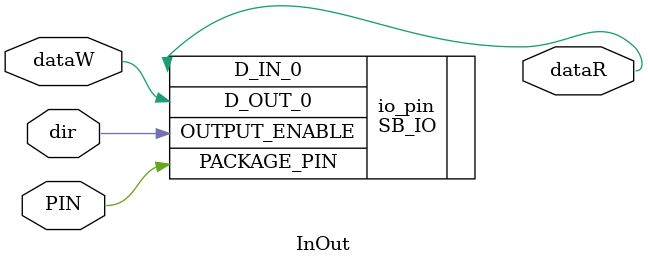
<source format=v>
/**
 * The module InOut is a bidirectional I/O buffer
 * Uses SB_IO primitive for FPGA pin control
 */
`default_nettype none
module InOut(
    // Pin Interface
    inout PIN,

    // Control Interface
    input dir,

    // Data Interface
    input dataW,
    output dataR
);

    // --------------------------
    // Module instantiations
    // --------------------------
    
    // SB_IO instantiation for bi-directional pin
    SB_IO #(
        .PIN_TYPE(6'b1010_01)
    ) io_pin (
        .PACKAGE_PIN(PIN),
        .OUTPUT_ENABLE(dir),
        .D_OUT_0(dataW),
        .D_IN_0(dataR)
    );

endmodule

</source>
